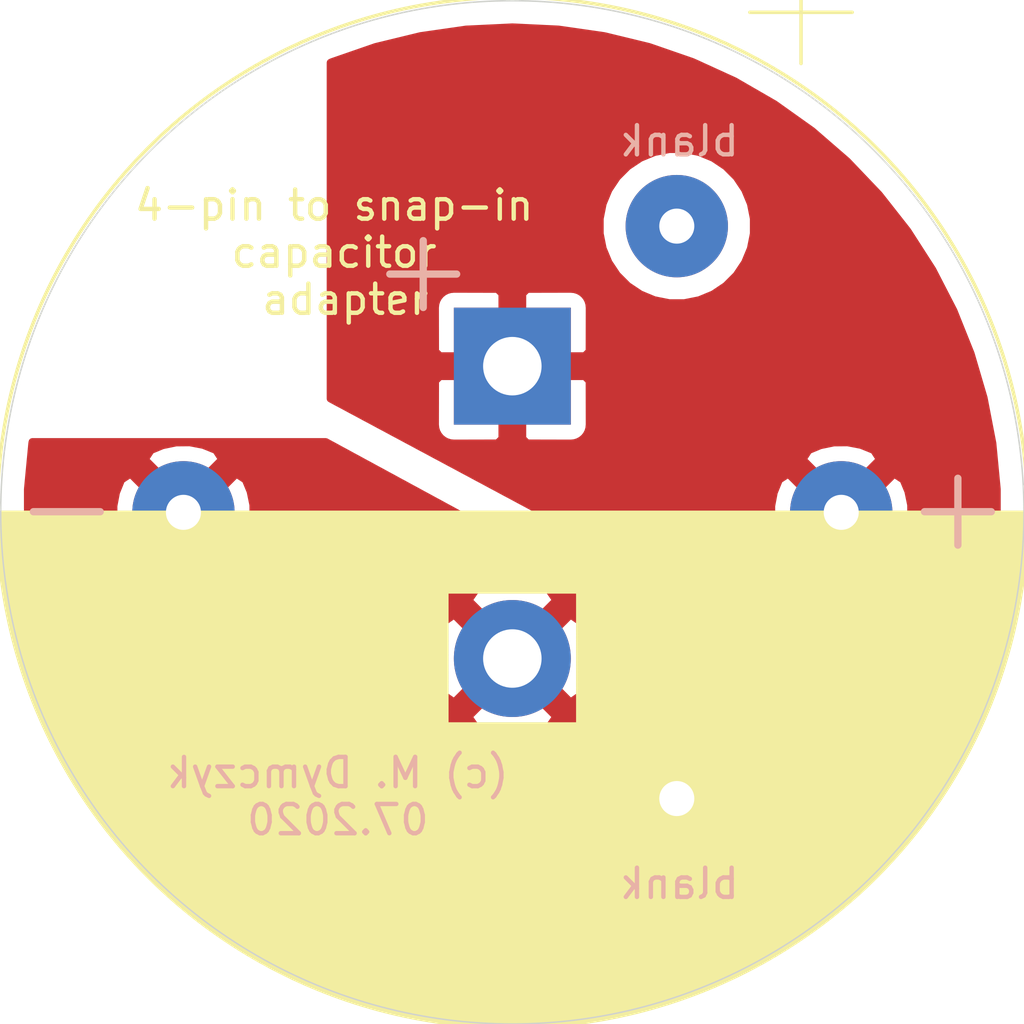
<source format=kicad_pcb>
(kicad_pcb (version 20171130) (host pcbnew 5.1.6-c6e7f7d~86~ubuntu18.04.1)

  (general
    (thickness 1.6)
    (drawings 8)
    (tracks 0)
    (zones 0)
    (modules 5)
    (nets 3)
  )

  (page A4)
  (layers
    (0 F.Cu signal hide)
    (31 B.Cu signal)
    (32 B.Adhes user)
    (33 F.Adhes user)
    (34 B.Paste user)
    (35 F.Paste user)
    (36 B.SilkS user)
    (37 F.SilkS user hide)
    (38 B.Mask user)
    (39 F.Mask user)
    (40 Dwgs.User user)
    (41 Cmts.User user)
    (42 Eco1.User user)
    (43 Eco2.User user)
    (44 Edge.Cuts user)
    (45 Margin user)
    (46 B.CrtYd user)
    (47 F.CrtYd user)
    (48 B.Fab user)
    (49 F.Fab user)
  )

  (setup
    (last_trace_width 0.25)
    (trace_clearance 0.2)
    (zone_clearance 0.75)
    (zone_45_only no)
    (trace_min 0.2)
    (via_size 0.8)
    (via_drill 0.4)
    (via_min_size 0.4)
    (via_min_drill 0.3)
    (uvia_size 0.3)
    (uvia_drill 0.1)
    (uvias_allowed no)
    (uvia_min_size 0.2)
    (uvia_min_drill 0.1)
    (edge_width 0.05)
    (segment_width 0.2)
    (pcb_text_width 0.3)
    (pcb_text_size 1.5 1.5)
    (mod_edge_width 0.12)
    (mod_text_size 1 1)
    (mod_text_width 0.15)
    (pad_size 1.524 1.524)
    (pad_drill 0.762)
    (pad_to_mask_clearance 0.051)
    (solder_mask_min_width 0.25)
    (aux_axis_origin 0 0)
    (visible_elements FFFFFF7F)
    (pcbplotparams
      (layerselection 0x010f0_ffffffff)
      (usegerberextensions false)
      (usegerberattributes false)
      (usegerberadvancedattributes false)
      (creategerberjobfile false)
      (excludeedgelayer true)
      (linewidth 0.100000)
      (plotframeref false)
      (viasonmask false)
      (mode 1)
      (useauxorigin false)
      (hpglpennumber 1)
      (hpglpenspeed 20)
      (hpglpendiameter 15.000000)
      (psnegative false)
      (psa4output false)
      (plotreference true)
      (plotvalue true)
      (plotinvisibletext false)
      (padsonsilk false)
      (subtractmaskfromsilk false)
      (outputformat 1)
      (mirror false)
      (drillshape 0)
      (scaleselection 1)
      (outputdirectory "tek4pin_gerber/"))
  )

  (net 0 "")
  (net 1 "Net-(C1-Pad1)")
  (net 2 "Net-(C1-Pad2)")

  (net_class Default "This is the default net class."
    (clearance 0.2)
    (trace_width 0.25)
    (via_dia 0.8)
    (via_drill 0.4)
    (uvia_dia 0.3)
    (uvia_drill 0.1)
    (add_net "Net-(C1-Pad1)")
    (add_net "Net-(C1-Pad2)")
  )

  (module Capacitor_THT:CP_Radial_D35.0mm_P10.00mm_SnapIn (layer F.Cu) (tedit 5AE50EF1) (tstamp 5EEF0CCF)
    (at 165.1 83.9 270)
    (descr "CP, Radial series, Radial, pin pitch=10.00mm, , diameter=35mm, Electrolytic Capacitor, , http://www.vishay.com/docs/28342/058059pll-si.pdf")
    (tags "CP Radial series Radial pin pitch 10.00mm  diameter 35mm Electrolytic Capacitor")
    (path /5EEEBA10)
    (fp_text reference C1 (at 3.73 0 180) (layer F.Fab)
      (effects (font (size 1.5 1.5) (thickness 0.25)))
    )
    (fp_text value CP_Small (at 5 18.75 90) (layer F.Fab)
      (effects (font (size 1 1) (thickness 0.15)))
    )
    (fp_line (start -12.104002 -11.625) (end -12.104002 -8.125) (layer F.SilkS) (width 0.12))
    (fp_line (start -13.854002 -9.875) (end -10.354002 -9.875) (layer F.SilkS) (width 0.12))
    (fp_line (start 22.6 -0.8) (end 22.6 0.8) (layer F.SilkS) (width 0.12))
    (fp_line (start 22.56 -1.413) (end 22.56 1.413) (layer F.SilkS) (width 0.12))
    (fp_line (start 22.52 -1.835) (end 22.52 1.835) (layer F.SilkS) (width 0.12))
    (fp_line (start 22.48 -2.177) (end 22.48 2.177) (layer F.SilkS) (width 0.12))
    (fp_line (start 22.44 -2.473) (end 22.44 2.473) (layer F.SilkS) (width 0.12))
    (fp_line (start 22.4 -2.736) (end 22.4 2.736) (layer F.SilkS) (width 0.12))
    (fp_line (start 22.36 -2.976) (end 22.36 2.976) (layer F.SilkS) (width 0.12))
    (fp_line (start 22.32 -3.198) (end 22.32 3.198) (layer F.SilkS) (width 0.12))
    (fp_line (start 22.28 -3.405) (end 22.28 3.405) (layer F.SilkS) (width 0.12))
    (fp_line (start 22.24 -3.6) (end 22.24 3.6) (layer F.SilkS) (width 0.12))
    (fp_line (start 22.2 -3.785) (end 22.2 3.785) (layer F.SilkS) (width 0.12))
    (fp_line (start 22.16 -3.96) (end 22.16 3.96) (layer F.SilkS) (width 0.12))
    (fp_line (start 22.12 -4.128) (end 22.12 4.128) (layer F.SilkS) (width 0.12))
    (fp_line (start 22.08 -4.289) (end 22.08 4.289) (layer F.SilkS) (width 0.12))
    (fp_line (start 22.04 -4.444) (end 22.04 4.444) (layer F.SilkS) (width 0.12))
    (fp_line (start 22 -4.593) (end 22 4.593) (layer F.SilkS) (width 0.12))
    (fp_line (start 21.96 -4.738) (end 21.96 4.738) (layer F.SilkS) (width 0.12))
    (fp_line (start 21.92 -4.878) (end 21.92 4.878) (layer F.SilkS) (width 0.12))
    (fp_line (start 21.88 -5.013) (end 21.88 5.013) (layer F.SilkS) (width 0.12))
    (fp_line (start 21.84 -5.145) (end 21.84 5.145) (layer F.SilkS) (width 0.12))
    (fp_line (start 21.8 -5.273) (end 21.8 5.273) (layer F.SilkS) (width 0.12))
    (fp_line (start 21.76 -5.398) (end 21.76 5.398) (layer F.SilkS) (width 0.12))
    (fp_line (start 21.72 -5.52) (end 21.72 5.52) (layer F.SilkS) (width 0.12))
    (fp_line (start 21.68 -5.639) (end 21.68 5.639) (layer F.SilkS) (width 0.12))
    (fp_line (start 21.64 -5.755) (end 21.64 5.755) (layer F.SilkS) (width 0.12))
    (fp_line (start 21.6 -5.868) (end 21.6 5.868) (layer F.SilkS) (width 0.12))
    (fp_line (start 21.56 -5.98) (end 21.56 5.98) (layer F.SilkS) (width 0.12))
    (fp_line (start 21.52 -6.089) (end 21.52 6.089) (layer F.SilkS) (width 0.12))
    (fp_line (start 21.48 -6.195) (end 21.48 6.195) (layer F.SilkS) (width 0.12))
    (fp_line (start 21.44 -6.3) (end 21.44 6.3) (layer F.SilkS) (width 0.12))
    (fp_line (start 21.4 -6.403) (end 21.4 6.403) (layer F.SilkS) (width 0.12))
    (fp_line (start 21.36 -6.504) (end 21.36 6.504) (layer F.SilkS) (width 0.12))
    (fp_line (start 21.32 -6.603) (end 21.32 6.603) (layer F.SilkS) (width 0.12))
    (fp_line (start 21.28 -6.7) (end 21.28 6.7) (layer F.SilkS) (width 0.12))
    (fp_line (start 21.24 -6.796) (end 21.24 6.796) (layer F.SilkS) (width 0.12))
    (fp_line (start 21.2 -6.89) (end 21.2 6.89) (layer F.SilkS) (width 0.12))
    (fp_line (start 21.16 -6.983) (end 21.16 6.983) (layer F.SilkS) (width 0.12))
    (fp_line (start 21.12 -7.075) (end 21.12 7.075) (layer F.SilkS) (width 0.12))
    (fp_line (start 21.08 -7.165) (end 21.08 7.165) (layer F.SilkS) (width 0.12))
    (fp_line (start 21.04 -7.253) (end 21.04 7.253) (layer F.SilkS) (width 0.12))
    (fp_line (start 21 -7.341) (end 21 7.341) (layer F.SilkS) (width 0.12))
    (fp_line (start 20.96 -7.427) (end 20.96 7.427) (layer F.SilkS) (width 0.12))
    (fp_line (start 20.92 -7.512) (end 20.92 7.512) (layer F.SilkS) (width 0.12))
    (fp_line (start 20.88 -7.595) (end 20.88 7.595) (layer F.SilkS) (width 0.12))
    (fp_line (start 20.84 -7.678) (end 20.84 7.678) (layer F.SilkS) (width 0.12))
    (fp_line (start 20.8 -7.759) (end 20.8 7.759) (layer F.SilkS) (width 0.12))
    (fp_line (start 20.76 -7.84) (end 20.76 7.84) (layer F.SilkS) (width 0.12))
    (fp_line (start 20.72 -7.92) (end 20.72 7.92) (layer F.SilkS) (width 0.12))
    (fp_line (start 20.68 -7.998) (end 20.68 7.998) (layer F.SilkS) (width 0.12))
    (fp_line (start 20.64 -8.076) (end 20.64 8.076) (layer F.SilkS) (width 0.12))
    (fp_line (start 20.6 -8.152) (end 20.6 8.152) (layer F.SilkS) (width 0.12))
    (fp_line (start 20.56 -8.228) (end 20.56 8.228) (layer F.SilkS) (width 0.12))
    (fp_line (start 20.52 -8.303) (end 20.52 8.303) (layer F.SilkS) (width 0.12))
    (fp_line (start 20.48 -8.377) (end 20.48 8.377) (layer F.SilkS) (width 0.12))
    (fp_line (start 20.44 -8.45) (end 20.44 8.45) (layer F.SilkS) (width 0.12))
    (fp_line (start 20.4 -8.522) (end 20.4 8.522) (layer F.SilkS) (width 0.12))
    (fp_line (start 20.36 -8.594) (end 20.36 8.594) (layer F.SilkS) (width 0.12))
    (fp_line (start 20.32 -8.665) (end 20.32 8.665) (layer F.SilkS) (width 0.12))
    (fp_line (start 20.28 -8.735) (end 20.28 8.735) (layer F.SilkS) (width 0.12))
    (fp_line (start 20.24 -8.804) (end 20.24 8.804) (layer F.SilkS) (width 0.12))
    (fp_line (start 20.2 -8.873) (end 20.2 8.873) (layer F.SilkS) (width 0.12))
    (fp_line (start 20.16 -8.94) (end 20.16 8.94) (layer F.SilkS) (width 0.12))
    (fp_line (start 20.12 -9.008) (end 20.12 9.008) (layer F.SilkS) (width 0.12))
    (fp_line (start 20.08 -9.074) (end 20.08 9.074) (layer F.SilkS) (width 0.12))
    (fp_line (start 20.04 -9.14) (end 20.04 9.14) (layer F.SilkS) (width 0.12))
    (fp_line (start 20 -9.205) (end 20 9.205) (layer F.SilkS) (width 0.12))
    (fp_line (start 19.96 -9.27) (end 19.96 9.27) (layer F.SilkS) (width 0.12))
    (fp_line (start 19.92 -9.334) (end 19.92 9.334) (layer F.SilkS) (width 0.12))
    (fp_line (start 19.88 -9.397) (end 19.88 9.397) (layer F.SilkS) (width 0.12))
    (fp_line (start 19.84 -9.46) (end 19.84 9.46) (layer F.SilkS) (width 0.12))
    (fp_line (start 19.8 -9.522) (end 19.8 9.522) (layer F.SilkS) (width 0.12))
    (fp_line (start 19.76 -9.584) (end 19.76 9.584) (layer F.SilkS) (width 0.12))
    (fp_line (start 19.72 -9.645) (end 19.72 9.645) (layer F.SilkS) (width 0.12))
    (fp_line (start 19.68 -9.705) (end 19.68 9.705) (layer F.SilkS) (width 0.12))
    (fp_line (start 19.64 -9.765) (end 19.64 9.765) (layer F.SilkS) (width 0.12))
    (fp_line (start 19.6 -9.825) (end 19.6 9.825) (layer F.SilkS) (width 0.12))
    (fp_line (start 19.56 -9.884) (end 19.56 9.884) (layer F.SilkS) (width 0.12))
    (fp_line (start 19.52 -9.942) (end 19.52 9.942) (layer F.SilkS) (width 0.12))
    (fp_line (start 19.48 -10) (end 19.48 10) (layer F.SilkS) (width 0.12))
    (fp_line (start 19.44 -10.058) (end 19.44 10.058) (layer F.SilkS) (width 0.12))
    (fp_line (start 19.4 -10.115) (end 19.4 10.115) (layer F.SilkS) (width 0.12))
    (fp_line (start 19.36 -10.171) (end 19.36 10.171) (layer F.SilkS) (width 0.12))
    (fp_line (start 19.32 -10.227) (end 19.32 10.227) (layer F.SilkS) (width 0.12))
    (fp_line (start 19.28 -10.283) (end 19.28 10.283) (layer F.SilkS) (width 0.12))
    (fp_line (start 19.24 -10.338) (end 19.24 10.338) (layer F.SilkS) (width 0.12))
    (fp_line (start 19.2 -10.392) (end 19.2 10.392) (layer F.SilkS) (width 0.12))
    (fp_line (start 19.16 -10.447) (end 19.16 10.447) (layer F.SilkS) (width 0.12))
    (fp_line (start 19.12 -10.5) (end 19.12 10.5) (layer F.SilkS) (width 0.12))
    (fp_line (start 19.08 -10.554) (end 19.08 10.554) (layer F.SilkS) (width 0.12))
    (fp_line (start 19.04 -10.607) (end 19.04 10.607) (layer F.SilkS) (width 0.12))
    (fp_line (start 19 -10.659) (end 19 10.659) (layer F.SilkS) (width 0.12))
    (fp_line (start 18.96 -10.711) (end 18.96 10.711) (layer F.SilkS) (width 0.12))
    (fp_line (start 18.92 -10.763) (end 18.92 10.763) (layer F.SilkS) (width 0.12))
    (fp_line (start 18.88 -10.815) (end 18.88 10.815) (layer F.SilkS) (width 0.12))
    (fp_line (start 18.84 -10.865) (end 18.84 10.865) (layer F.SilkS) (width 0.12))
    (fp_line (start 18.8 -10.916) (end 18.8 10.916) (layer F.SilkS) (width 0.12))
    (fp_line (start 18.76 -10.966) (end 18.76 10.966) (layer F.SilkS) (width 0.12))
    (fp_line (start 18.72 -11.016) (end 18.72 11.016) (layer F.SilkS) (width 0.12))
    (fp_line (start 18.68 -11.066) (end 18.68 11.066) (layer F.SilkS) (width 0.12))
    (fp_line (start 18.64 -11.115) (end 18.64 11.115) (layer F.SilkS) (width 0.12))
    (fp_line (start 18.6 -11.163) (end 18.6 11.163) (layer F.SilkS) (width 0.12))
    (fp_line (start 18.56 -11.212) (end 18.56 11.212) (layer F.SilkS) (width 0.12))
    (fp_line (start 18.52 -11.26) (end 18.52 11.26) (layer F.SilkS) (width 0.12))
    (fp_line (start 18.48 -11.307) (end 18.48 11.307) (layer F.SilkS) (width 0.12))
    (fp_line (start 18.44 -11.355) (end 18.44 11.355) (layer F.SilkS) (width 0.12))
    (fp_line (start 18.4 -11.402) (end 18.4 11.402) (layer F.SilkS) (width 0.12))
    (fp_line (start 18.36 -11.449) (end 18.36 11.449) (layer F.SilkS) (width 0.12))
    (fp_line (start 18.32 -11.495) (end 18.32 11.495) (layer F.SilkS) (width 0.12))
    (fp_line (start 18.28 -11.541) (end 18.28 11.541) (layer F.SilkS) (width 0.12))
    (fp_line (start 18.24 -11.587) (end 18.24 11.587) (layer F.SilkS) (width 0.12))
    (fp_line (start 18.2 -11.632) (end 18.2 11.632) (layer F.SilkS) (width 0.12))
    (fp_line (start 18.16 -11.677) (end 18.16 11.677) (layer F.SilkS) (width 0.12))
    (fp_line (start 18.12 -11.722) (end 18.12 11.722) (layer F.SilkS) (width 0.12))
    (fp_line (start 18.08 -11.766) (end 18.08 11.766) (layer F.SilkS) (width 0.12))
    (fp_line (start 18.04 -11.811) (end 18.04 11.811) (layer F.SilkS) (width 0.12))
    (fp_line (start 18 -11.854) (end 18 11.854) (layer F.SilkS) (width 0.12))
    (fp_line (start 17.96 -11.898) (end 17.96 11.898) (layer F.SilkS) (width 0.12))
    (fp_line (start 17.92 -11.941) (end 17.92 11.941) (layer F.SilkS) (width 0.12))
    (fp_line (start 17.88 -11.984) (end 17.88 11.984) (layer F.SilkS) (width 0.12))
    (fp_line (start 17.84 -12.027) (end 17.84 12.027) (layer F.SilkS) (width 0.12))
    (fp_line (start 17.8 -12.069) (end 17.8 12.069) (layer F.SilkS) (width 0.12))
    (fp_line (start 17.76 -12.111) (end 17.76 12.111) (layer F.SilkS) (width 0.12))
    (fp_line (start 17.72 -12.153) (end 17.72 12.153) (layer F.SilkS) (width 0.12))
    (fp_line (start 17.68 -12.195) (end 17.68 12.195) (layer F.SilkS) (width 0.12))
    (fp_line (start 17.64 -12.236) (end 17.64 12.236) (layer F.SilkS) (width 0.12))
    (fp_line (start 17.6 -12.277) (end 17.6 12.277) (layer F.SilkS) (width 0.12))
    (fp_line (start 17.56 -12.318) (end 17.56 12.318) (layer F.SilkS) (width 0.12))
    (fp_line (start 17.52 -12.359) (end 17.52 12.359) (layer F.SilkS) (width 0.12))
    (fp_line (start 17.48 -12.399) (end 17.48 12.399) (layer F.SilkS) (width 0.12))
    (fp_line (start 17.44 -12.439) (end 17.44 12.439) (layer F.SilkS) (width 0.12))
    (fp_line (start 17.4 -12.479) (end 17.4 12.479) (layer F.SilkS) (width 0.12))
    (fp_line (start 17.36 -12.518) (end 17.36 12.518) (layer F.SilkS) (width 0.12))
    (fp_line (start 17.32 -12.557) (end 17.32 12.557) (layer F.SilkS) (width 0.12))
    (fp_line (start 17.28 -12.596) (end 17.28 12.596) (layer F.SilkS) (width 0.12))
    (fp_line (start 17.24 -12.635) (end 17.24 12.635) (layer F.SilkS) (width 0.12))
    (fp_line (start 17.2 -12.674) (end 17.2 12.674) (layer F.SilkS) (width 0.12))
    (fp_line (start 17.16 -12.712) (end 17.16 12.712) (layer F.SilkS) (width 0.12))
    (fp_line (start 17.12 -12.75) (end 17.12 12.75) (layer F.SilkS) (width 0.12))
    (fp_line (start 17.08 -12.788) (end 17.08 12.788) (layer F.SilkS) (width 0.12))
    (fp_line (start 17.04 -12.825) (end 17.04 12.825) (layer F.SilkS) (width 0.12))
    (fp_line (start 17 -12.863) (end 17 12.863) (layer F.SilkS) (width 0.12))
    (fp_line (start 16.96 -12.9) (end 16.96 12.9) (layer F.SilkS) (width 0.12))
    (fp_line (start 16.92 -12.937) (end 16.92 12.937) (layer F.SilkS) (width 0.12))
    (fp_line (start 16.88 -12.973) (end 16.88 12.973) (layer F.SilkS) (width 0.12))
    (fp_line (start 16.84 -13.01) (end 16.84 13.01) (layer F.SilkS) (width 0.12))
    (fp_line (start 16.8 -13.046) (end 16.8 13.046) (layer F.SilkS) (width 0.12))
    (fp_line (start 16.76 -13.082) (end 16.76 13.082) (layer F.SilkS) (width 0.12))
    (fp_line (start 16.72 -13.117) (end 16.72 13.117) (layer F.SilkS) (width 0.12))
    (fp_line (start 16.68 -13.153) (end 16.68 13.153) (layer F.SilkS) (width 0.12))
    (fp_line (start 16.64 -13.188) (end 16.64 13.188) (layer F.SilkS) (width 0.12))
    (fp_line (start 16.6 -13.223) (end 16.6 13.223) (layer F.SilkS) (width 0.12))
    (fp_line (start 16.56 -13.258) (end 16.56 13.258) (layer F.SilkS) (width 0.12))
    (fp_line (start 16.52 -13.293) (end 16.52 13.293) (layer F.SilkS) (width 0.12))
    (fp_line (start 16.48 -13.327) (end 16.48 13.327) (layer F.SilkS) (width 0.12))
    (fp_line (start 16.44 -13.362) (end 16.44 13.362) (layer F.SilkS) (width 0.12))
    (fp_line (start 16.4 -13.396) (end 16.4 13.396) (layer F.SilkS) (width 0.12))
    (fp_line (start 16.36 -13.43) (end 16.36 13.43) (layer F.SilkS) (width 0.12))
    (fp_line (start 16.32 -13.463) (end 16.32 13.463) (layer F.SilkS) (width 0.12))
    (fp_line (start 16.28 -13.497) (end 16.28 13.497) (layer F.SilkS) (width 0.12))
    (fp_line (start 16.24 -13.53) (end 16.24 13.53) (layer F.SilkS) (width 0.12))
    (fp_line (start 16.2 -13.563) (end 16.2 13.563) (layer F.SilkS) (width 0.12))
    (fp_line (start 16.16 -13.596) (end 16.16 13.596) (layer F.SilkS) (width 0.12))
    (fp_line (start 16.12 -13.628) (end 16.12 13.628) (layer F.SilkS) (width 0.12))
    (fp_line (start 16.08 -13.661) (end 16.08 13.661) (layer F.SilkS) (width 0.12))
    (fp_line (start 16.04 -13.693) (end 16.04 13.693) (layer F.SilkS) (width 0.12))
    (fp_line (start 16 -13.725) (end 16 13.725) (layer F.SilkS) (width 0.12))
    (fp_line (start 15.96 -13.757) (end 15.96 13.757) (layer F.SilkS) (width 0.12))
    (fp_line (start 15.92 -13.789) (end 15.92 13.789) (layer F.SilkS) (width 0.12))
    (fp_line (start 15.88 -13.82) (end 15.88 13.82) (layer F.SilkS) (width 0.12))
    (fp_line (start 15.84 -13.851) (end 15.84 13.851) (layer F.SilkS) (width 0.12))
    (fp_line (start 15.8 -13.883) (end 15.8 13.883) (layer F.SilkS) (width 0.12))
    (fp_line (start 15.76 -13.914) (end 15.76 13.914) (layer F.SilkS) (width 0.12))
    (fp_line (start 15.72 -13.944) (end 15.72 13.944) (layer F.SilkS) (width 0.12))
    (fp_line (start 15.68 -13.975) (end 15.68 13.975) (layer F.SilkS) (width 0.12))
    (fp_line (start 15.64 -14.005) (end 15.64 14.005) (layer F.SilkS) (width 0.12))
    (fp_line (start 15.6 -14.035) (end 15.6 14.035) (layer F.SilkS) (width 0.12))
    (fp_line (start 15.56 -14.065) (end 15.56 14.065) (layer F.SilkS) (width 0.12))
    (fp_line (start 15.52 -14.095) (end 15.52 14.095) (layer F.SilkS) (width 0.12))
    (fp_line (start 15.48 -14.125) (end 15.48 14.125) (layer F.SilkS) (width 0.12))
    (fp_line (start 15.44 -14.155) (end 15.44 14.155) (layer F.SilkS) (width 0.12))
    (fp_line (start 15.4 -14.184) (end 15.4 14.184) (layer F.SilkS) (width 0.12))
    (fp_line (start 15.36 -14.213) (end 15.36 14.213) (layer F.SilkS) (width 0.12))
    (fp_line (start 15.32 -14.242) (end 15.32 14.242) (layer F.SilkS) (width 0.12))
    (fp_line (start 15.28 -14.271) (end 15.28 14.271) (layer F.SilkS) (width 0.12))
    (fp_line (start 15.24 -14.299) (end 15.24 14.299) (layer F.SilkS) (width 0.12))
    (fp_line (start 15.2 -14.328) (end 15.2 14.328) (layer F.SilkS) (width 0.12))
    (fp_line (start 15.16 -14.356) (end 15.16 14.356) (layer F.SilkS) (width 0.12))
    (fp_line (start 15.12 -14.384) (end 15.12 14.384) (layer F.SilkS) (width 0.12))
    (fp_line (start 15.08 -14.412) (end 15.08 14.412) (layer F.SilkS) (width 0.12))
    (fp_line (start 15.04 -14.44) (end 15.04 14.44) (layer F.SilkS) (width 0.12))
    (fp_line (start 15 -14.468) (end 15 14.468) (layer F.SilkS) (width 0.12))
    (fp_line (start 14.96 -14.495) (end 14.96 14.495) (layer F.SilkS) (width 0.12))
    (fp_line (start 14.92 -14.523) (end 14.92 14.523) (layer F.SilkS) (width 0.12))
    (fp_line (start 14.88 -14.55) (end 14.88 14.55) (layer F.SilkS) (width 0.12))
    (fp_line (start 14.84 -14.577) (end 14.84 14.577) (layer F.SilkS) (width 0.12))
    (fp_line (start 14.8 -14.604) (end 14.8 14.604) (layer F.SilkS) (width 0.12))
    (fp_line (start 14.76 -14.63) (end 14.76 14.63) (layer F.SilkS) (width 0.12))
    (fp_line (start 14.72 -14.657) (end 14.72 14.657) (layer F.SilkS) (width 0.12))
    (fp_line (start 14.68 -14.683) (end 14.68 14.683) (layer F.SilkS) (width 0.12))
    (fp_line (start 14.64 -14.71) (end 14.64 14.71) (layer F.SilkS) (width 0.12))
    (fp_line (start 14.6 -14.736) (end 14.6 14.736) (layer F.SilkS) (width 0.12))
    (fp_line (start 14.56 -14.762) (end 14.56 14.762) (layer F.SilkS) (width 0.12))
    (fp_line (start 14.52 -14.787) (end 14.52 14.787) (layer F.SilkS) (width 0.12))
    (fp_line (start 14.48 -14.813) (end 14.48 14.813) (layer F.SilkS) (width 0.12))
    (fp_line (start 14.44 -14.838) (end 14.44 14.838) (layer F.SilkS) (width 0.12))
    (fp_line (start 14.4 -14.864) (end 14.4 14.864) (layer F.SilkS) (width 0.12))
    (fp_line (start 14.36 -14.889) (end 14.36 14.889) (layer F.SilkS) (width 0.12))
    (fp_line (start 14.32 -14.914) (end 14.32 14.914) (layer F.SilkS) (width 0.12))
    (fp_line (start 14.28 -14.939) (end 14.28 14.939) (layer F.SilkS) (width 0.12))
    (fp_line (start 14.24 -14.963) (end 14.24 14.963) (layer F.SilkS) (width 0.12))
    (fp_line (start 14.2 -14.988) (end 14.2 14.988) (layer F.SilkS) (width 0.12))
    (fp_line (start 14.16 -15.012) (end 14.16 15.012) (layer F.SilkS) (width 0.12))
    (fp_line (start 14.12 -15.037) (end 14.12 15.037) (layer F.SilkS) (width 0.12))
    (fp_line (start 14.08 -15.061) (end 14.08 15.061) (layer F.SilkS) (width 0.12))
    (fp_line (start 14.04 -15.085) (end 14.04 15.085) (layer F.SilkS) (width 0.12))
    (fp_line (start 14 -15.109) (end 14 15.109) (layer F.SilkS) (width 0.12))
    (fp_line (start 13.96 -15.132) (end 13.96 15.132) (layer F.SilkS) (width 0.12))
    (fp_line (start 13.92 -15.156) (end 13.92 15.156) (layer F.SilkS) (width 0.12))
    (fp_line (start 13.88 -15.179) (end 13.88 15.179) (layer F.SilkS) (width 0.12))
    (fp_line (start 13.84 -15.203) (end 13.84 15.203) (layer F.SilkS) (width 0.12))
    (fp_line (start 13.8 -15.226) (end 13.8 15.226) (layer F.SilkS) (width 0.12))
    (fp_line (start 13.76 -15.249) (end 13.76 15.249) (layer F.SilkS) (width 0.12))
    (fp_line (start 13.72 -15.271) (end 13.72 15.271) (layer F.SilkS) (width 0.12))
    (fp_line (start 13.68 -15.294) (end 13.68 15.294) (layer F.SilkS) (width 0.12))
    (fp_line (start 13.64 -15.317) (end 13.64 15.317) (layer F.SilkS) (width 0.12))
    (fp_line (start 13.6 -15.339) (end 13.6 15.339) (layer F.SilkS) (width 0.12))
    (fp_line (start 13.56 -15.361) (end 13.56 15.361) (layer F.SilkS) (width 0.12))
    (fp_line (start 13.52 -15.384) (end 13.52 15.384) (layer F.SilkS) (width 0.12))
    (fp_line (start 13.48 -15.406) (end 13.48 15.406) (layer F.SilkS) (width 0.12))
    (fp_line (start 13.44 -15.428) (end 13.44 15.428) (layer F.SilkS) (width 0.12))
    (fp_line (start 13.4 -15.449) (end 13.4 15.449) (layer F.SilkS) (width 0.12))
    (fp_line (start 13.36 -15.471) (end 13.36 15.471) (layer F.SilkS) (width 0.12))
    (fp_line (start 13.32 -15.492) (end 13.32 15.492) (layer F.SilkS) (width 0.12))
    (fp_line (start 13.28 -15.514) (end 13.28 15.514) (layer F.SilkS) (width 0.12))
    (fp_line (start 13.24 -15.535) (end 13.24 15.535) (layer F.SilkS) (width 0.12))
    (fp_line (start 13.2 -15.556) (end 13.2 15.556) (layer F.SilkS) (width 0.12))
    (fp_line (start 13.161 -15.577) (end 13.161 15.577) (layer F.SilkS) (width 0.12))
    (fp_line (start 13.121 -15.598) (end 13.121 15.598) (layer F.SilkS) (width 0.12))
    (fp_line (start 13.081 -15.619) (end 13.081 15.619) (layer F.SilkS) (width 0.12))
    (fp_line (start 13.041 -15.639) (end 13.041 15.639) (layer F.SilkS) (width 0.12))
    (fp_line (start 13.001 -15.66) (end 13.001 15.66) (layer F.SilkS) (width 0.12))
    (fp_line (start 12.961 -15.68) (end 12.961 15.68) (layer F.SilkS) (width 0.12))
    (fp_line (start 12.921 -15.7) (end 12.921 15.7) (layer F.SilkS) (width 0.12))
    (fp_line (start 12.881 -15.72) (end 12.881 15.72) (layer F.SilkS) (width 0.12))
    (fp_line (start 12.841 -15.74) (end 12.841 15.74) (layer F.SilkS) (width 0.12))
    (fp_line (start 12.801 -15.76) (end 12.801 15.76) (layer F.SilkS) (width 0.12))
    (fp_line (start 12.761 -15.78) (end 12.761 15.78) (layer F.SilkS) (width 0.12))
    (fp_line (start 12.721 -15.799) (end 12.721 15.799) (layer F.SilkS) (width 0.12))
    (fp_line (start 12.681 -15.819) (end 12.681 15.819) (layer F.SilkS) (width 0.12))
    (fp_line (start 12.641 -15.838) (end 12.641 15.838) (layer F.SilkS) (width 0.12))
    (fp_line (start 12.601 -15.857) (end 12.601 15.857) (layer F.SilkS) (width 0.12))
    (fp_line (start 12.561 -15.876) (end 12.561 15.876) (layer F.SilkS) (width 0.12))
    (fp_line (start 12.521 -15.895) (end 12.521 15.895) (layer F.SilkS) (width 0.12))
    (fp_line (start 12.481 -15.914) (end 12.481 15.914) (layer F.SilkS) (width 0.12))
    (fp_line (start 12.441 -15.933) (end 12.441 15.933) (layer F.SilkS) (width 0.12))
    (fp_line (start 12.401 -15.951) (end 12.401 15.951) (layer F.SilkS) (width 0.12))
    (fp_line (start 12.361 -15.97) (end 12.361 15.97) (layer F.SilkS) (width 0.12))
    (fp_line (start 12.321 -15.988) (end 12.321 15.988) (layer F.SilkS) (width 0.12))
    (fp_line (start 12.281 -16.006) (end 12.281 16.006) (layer F.SilkS) (width 0.12))
    (fp_line (start 12.241 -16.024) (end 12.241 16.024) (layer F.SilkS) (width 0.12))
    (fp_line (start 12.201 2.24) (end 12.201 16.042) (layer F.SilkS) (width 0.12))
    (fp_line (start 12.201 -16.042) (end 12.201 -2.24) (layer F.SilkS) (width 0.12))
    (fp_line (start 12.161 2.24) (end 12.161 16.06) (layer F.SilkS) (width 0.12))
    (fp_line (start 12.161 -16.06) (end 12.161 -2.24) (layer F.SilkS) (width 0.12))
    (fp_line (start 12.121 2.24) (end 12.121 16.078) (layer F.SilkS) (width 0.12))
    (fp_line (start 12.121 -16.078) (end 12.121 -2.24) (layer F.SilkS) (width 0.12))
    (fp_line (start 12.081 2.24) (end 12.081 16.095) (layer F.SilkS) (width 0.12))
    (fp_line (start 12.081 -16.095) (end 12.081 -2.24) (layer F.SilkS) (width 0.12))
    (fp_line (start 12.041 2.24) (end 12.041 16.113) (layer F.SilkS) (width 0.12))
    (fp_line (start 12.041 -16.113) (end 12.041 -2.24) (layer F.SilkS) (width 0.12))
    (fp_line (start 12.001 2.24) (end 12.001 16.13) (layer F.SilkS) (width 0.12))
    (fp_line (start 12.001 -16.13) (end 12.001 -2.24) (layer F.SilkS) (width 0.12))
    (fp_line (start 11.961 2.24) (end 11.961 16.148) (layer F.SilkS) (width 0.12))
    (fp_line (start 11.961 -16.148) (end 11.961 -2.24) (layer F.SilkS) (width 0.12))
    (fp_line (start 11.921 2.24) (end 11.921 16.165) (layer F.SilkS) (width 0.12))
    (fp_line (start 11.921 -16.165) (end 11.921 -2.24) (layer F.SilkS) (width 0.12))
    (fp_line (start 11.881 2.24) (end 11.881 16.182) (layer F.SilkS) (width 0.12))
    (fp_line (start 11.881 -16.182) (end 11.881 -2.24) (layer F.SilkS) (width 0.12))
    (fp_line (start 11.841 2.24) (end 11.841 16.199) (layer F.SilkS) (width 0.12))
    (fp_line (start 11.841 -16.199) (end 11.841 -2.24) (layer F.SilkS) (width 0.12))
    (fp_line (start 11.801 2.24) (end 11.801 16.215) (layer F.SilkS) (width 0.12))
    (fp_line (start 11.801 -16.215) (end 11.801 -2.24) (layer F.SilkS) (width 0.12))
    (fp_line (start 11.761 2.24) (end 11.761 16.232) (layer F.SilkS) (width 0.12))
    (fp_line (start 11.761 -16.232) (end 11.761 -2.24) (layer F.SilkS) (width 0.12))
    (fp_line (start 11.721 2.24) (end 11.721 16.249) (layer F.SilkS) (width 0.12))
    (fp_line (start 11.721 -16.249) (end 11.721 -2.24) (layer F.SilkS) (width 0.12))
    (fp_line (start 11.681 2.24) (end 11.681 16.265) (layer F.SilkS) (width 0.12))
    (fp_line (start 11.681 -16.265) (end 11.681 -2.24) (layer F.SilkS) (width 0.12))
    (fp_line (start 11.641 2.24) (end 11.641 16.281) (layer F.SilkS) (width 0.12))
    (fp_line (start 11.641 -16.281) (end 11.641 -2.24) (layer F.SilkS) (width 0.12))
    (fp_line (start 11.601 2.24) (end 11.601 16.298) (layer F.SilkS) (width 0.12))
    (fp_line (start 11.601 -16.298) (end 11.601 -2.24) (layer F.SilkS) (width 0.12))
    (fp_line (start 11.561 2.24) (end 11.561 16.314) (layer F.SilkS) (width 0.12))
    (fp_line (start 11.561 -16.314) (end 11.561 -2.24) (layer F.SilkS) (width 0.12))
    (fp_line (start 11.521 2.24) (end 11.521 16.33) (layer F.SilkS) (width 0.12))
    (fp_line (start 11.521 -16.33) (end 11.521 -2.24) (layer F.SilkS) (width 0.12))
    (fp_line (start 11.481 2.24) (end 11.481 16.346) (layer F.SilkS) (width 0.12))
    (fp_line (start 11.481 -16.346) (end 11.481 -2.24) (layer F.SilkS) (width 0.12))
    (fp_line (start 11.441 2.24) (end 11.441 16.361) (layer F.SilkS) (width 0.12))
    (fp_line (start 11.441 -16.361) (end 11.441 -2.24) (layer F.SilkS) (width 0.12))
    (fp_line (start 11.401 2.24) (end 11.401 16.377) (layer F.SilkS) (width 0.12))
    (fp_line (start 11.401 -16.377) (end 11.401 -2.24) (layer F.SilkS) (width 0.12))
    (fp_line (start 11.361 2.24) (end 11.361 16.393) (layer F.SilkS) (width 0.12))
    (fp_line (start 11.361 -16.393) (end 11.361 -2.24) (layer F.SilkS) (width 0.12))
    (fp_line (start 11.321 2.24) (end 11.321 16.408) (layer F.SilkS) (width 0.12))
    (fp_line (start 11.321 -16.408) (end 11.321 -2.24) (layer F.SilkS) (width 0.12))
    (fp_line (start 11.281 2.24) (end 11.281 16.423) (layer F.SilkS) (width 0.12))
    (fp_line (start 11.281 -16.423) (end 11.281 -2.24) (layer F.SilkS) (width 0.12))
    (fp_line (start 11.241 2.24) (end 11.241 16.439) (layer F.SilkS) (width 0.12))
    (fp_line (start 11.241 -16.439) (end 11.241 -2.24) (layer F.SilkS) (width 0.12))
    (fp_line (start 11.201 2.24) (end 11.201 16.454) (layer F.SilkS) (width 0.12))
    (fp_line (start 11.201 -16.454) (end 11.201 -2.24) (layer F.SilkS) (width 0.12))
    (fp_line (start 11.161 2.24) (end 11.161 16.469) (layer F.SilkS) (width 0.12))
    (fp_line (start 11.161 -16.469) (end 11.161 -2.24) (layer F.SilkS) (width 0.12))
    (fp_line (start 11.121 2.24) (end 11.121 16.484) (layer F.SilkS) (width 0.12))
    (fp_line (start 11.121 -16.484) (end 11.121 -2.24) (layer F.SilkS) (width 0.12))
    (fp_line (start 11.081 2.24) (end 11.081 16.498) (layer F.SilkS) (width 0.12))
    (fp_line (start 11.081 -16.498) (end 11.081 -2.24) (layer F.SilkS) (width 0.12))
    (fp_line (start 11.041 2.24) (end 11.041 16.513) (layer F.SilkS) (width 0.12))
    (fp_line (start 11.041 -16.513) (end 11.041 -2.24) (layer F.SilkS) (width 0.12))
    (fp_line (start 11.001 2.24) (end 11.001 16.527) (layer F.SilkS) (width 0.12))
    (fp_line (start 11.001 -16.527) (end 11.001 -2.24) (layer F.SilkS) (width 0.12))
    (fp_line (start 10.961 2.24) (end 10.961 16.542) (layer F.SilkS) (width 0.12))
    (fp_line (start 10.961 -16.542) (end 10.961 -2.24) (layer F.SilkS) (width 0.12))
    (fp_line (start 10.921 2.24) (end 10.921 16.556) (layer F.SilkS) (width 0.12))
    (fp_line (start 10.921 -16.556) (end 10.921 -2.24) (layer F.SilkS) (width 0.12))
    (fp_line (start 10.881 2.24) (end 10.881 16.57) (layer F.SilkS) (width 0.12))
    (fp_line (start 10.881 -16.57) (end 10.881 -2.24) (layer F.SilkS) (width 0.12))
    (fp_line (start 10.841 2.24) (end 10.841 16.585) (layer F.SilkS) (width 0.12))
    (fp_line (start 10.841 -16.585) (end 10.841 -2.24) (layer F.SilkS) (width 0.12))
    (fp_line (start 10.801 2.24) (end 10.801 16.599) (layer F.SilkS) (width 0.12))
    (fp_line (start 10.801 -16.599) (end 10.801 -2.24) (layer F.SilkS) (width 0.12))
    (fp_line (start 10.761 2.24) (end 10.761 16.612) (layer F.SilkS) (width 0.12))
    (fp_line (start 10.761 -16.612) (end 10.761 -2.24) (layer F.SilkS) (width 0.12))
    (fp_line (start 10.721 2.24) (end 10.721 16.626) (layer F.SilkS) (width 0.12))
    (fp_line (start 10.721 -16.626) (end 10.721 -2.24) (layer F.SilkS) (width 0.12))
    (fp_line (start 10.681 2.24) (end 10.681 16.64) (layer F.SilkS) (width 0.12))
    (fp_line (start 10.681 -16.64) (end 10.681 -2.24) (layer F.SilkS) (width 0.12))
    (fp_line (start 10.641 2.24) (end 10.641 16.653) (layer F.SilkS) (width 0.12))
    (fp_line (start 10.641 -16.653) (end 10.641 -2.24) (layer F.SilkS) (width 0.12))
    (fp_line (start 10.601 2.24) (end 10.601 16.667) (layer F.SilkS) (width 0.12))
    (fp_line (start 10.601 -16.667) (end 10.601 -2.24) (layer F.SilkS) (width 0.12))
    (fp_line (start 10.561 2.24) (end 10.561 16.68) (layer F.SilkS) (width 0.12))
    (fp_line (start 10.561 -16.68) (end 10.561 -2.24) (layer F.SilkS) (width 0.12))
    (fp_line (start 10.521 2.24) (end 10.521 16.694) (layer F.SilkS) (width 0.12))
    (fp_line (start 10.521 -16.694) (end 10.521 -2.24) (layer F.SilkS) (width 0.12))
    (fp_line (start 10.481 2.24) (end 10.481 16.707) (layer F.SilkS) (width 0.12))
    (fp_line (start 10.481 -16.707) (end 10.481 -2.24) (layer F.SilkS) (width 0.12))
    (fp_line (start 10.441 2.24) (end 10.441 16.72) (layer F.SilkS) (width 0.12))
    (fp_line (start 10.441 -16.72) (end 10.441 -2.24) (layer F.SilkS) (width 0.12))
    (fp_line (start 10.401 2.24) (end 10.401 16.733) (layer F.SilkS) (width 0.12))
    (fp_line (start 10.401 -16.733) (end 10.401 -2.24) (layer F.SilkS) (width 0.12))
    (fp_line (start 10.361 2.24) (end 10.361 16.745) (layer F.SilkS) (width 0.12))
    (fp_line (start 10.361 -16.745) (end 10.361 -2.24) (layer F.SilkS) (width 0.12))
    (fp_line (start 10.321 2.24) (end 10.321 16.758) (layer F.SilkS) (width 0.12))
    (fp_line (start 10.321 -16.758) (end 10.321 -2.24) (layer F.SilkS) (width 0.12))
    (fp_line (start 10.281 2.24) (end 10.281 16.771) (layer F.SilkS) (width 0.12))
    (fp_line (start 10.281 -16.771) (end 10.281 -2.24) (layer F.SilkS) (width 0.12))
    (fp_line (start 10.241 2.24) (end 10.241 16.783) (layer F.SilkS) (width 0.12))
    (fp_line (start 10.241 -16.783) (end 10.241 -2.24) (layer F.SilkS) (width 0.12))
    (fp_line (start 10.201 2.24) (end 10.201 16.796) (layer F.SilkS) (width 0.12))
    (fp_line (start 10.201 -16.796) (end 10.201 -2.24) (layer F.SilkS) (width 0.12))
    (fp_line (start 10.161 2.24) (end 10.161 16.808) (layer F.SilkS) (width 0.12))
    (fp_line (start 10.161 -16.808) (end 10.161 -2.24) (layer F.SilkS) (width 0.12))
    (fp_line (start 10.121 2.24) (end 10.121 16.82) (layer F.SilkS) (width 0.12))
    (fp_line (start 10.121 -16.82) (end 10.121 -2.24) (layer F.SilkS) (width 0.12))
    (fp_line (start 10.081 2.24) (end 10.081 16.832) (layer F.SilkS) (width 0.12))
    (fp_line (start 10.081 -16.832) (end 10.081 -2.24) (layer F.SilkS) (width 0.12))
    (fp_line (start 10.041 2.24) (end 10.041 16.844) (layer F.SilkS) (width 0.12))
    (fp_line (start 10.041 -16.844) (end 10.041 -2.24) (layer F.SilkS) (width 0.12))
    (fp_line (start 10.001 2.24) (end 10.001 16.856) (layer F.SilkS) (width 0.12))
    (fp_line (start 10.001 -16.856) (end 10.001 -2.24) (layer F.SilkS) (width 0.12))
    (fp_line (start 9.961 2.24) (end 9.961 16.868) (layer F.SilkS) (width 0.12))
    (fp_line (start 9.961 -16.868) (end 9.961 -2.24) (layer F.SilkS) (width 0.12))
    (fp_line (start 9.921 2.24) (end 9.921 16.88) (layer F.SilkS) (width 0.12))
    (fp_line (start 9.921 -16.88) (end 9.921 -2.24) (layer F.SilkS) (width 0.12))
    (fp_line (start 9.881 2.24) (end 9.881 16.891) (layer F.SilkS) (width 0.12))
    (fp_line (start 9.881 -16.891) (end 9.881 -2.24) (layer F.SilkS) (width 0.12))
    (fp_line (start 9.841 2.24) (end 9.841 16.903) (layer F.SilkS) (width 0.12))
    (fp_line (start 9.841 -16.903) (end 9.841 -2.24) (layer F.SilkS) (width 0.12))
    (fp_line (start 9.801 2.24) (end 9.801 16.914) (layer F.SilkS) (width 0.12))
    (fp_line (start 9.801 -16.914) (end 9.801 -2.24) (layer F.SilkS) (width 0.12))
    (fp_line (start 9.761 2.24) (end 9.761 16.925) (layer F.SilkS) (width 0.12))
    (fp_line (start 9.761 -16.925) (end 9.761 -2.24) (layer F.SilkS) (width 0.12))
    (fp_line (start 9.721 2.24) (end 9.721 16.937) (layer F.SilkS) (width 0.12))
    (fp_line (start 9.721 -16.937) (end 9.721 -2.24) (layer F.SilkS) (width 0.12))
    (fp_line (start 9.681 2.24) (end 9.681 16.948) (layer F.SilkS) (width 0.12))
    (fp_line (start 9.681 -16.948) (end 9.681 -2.24) (layer F.SilkS) (width 0.12))
    (fp_line (start 9.641 2.24) (end 9.641 16.959) (layer F.SilkS) (width 0.12))
    (fp_line (start 9.641 -16.959) (end 9.641 -2.24) (layer F.SilkS) (width 0.12))
    (fp_line (start 9.601 2.24) (end 9.601 16.969) (layer F.SilkS) (width 0.12))
    (fp_line (start 9.601 -16.969) (end 9.601 -2.24) (layer F.SilkS) (width 0.12))
    (fp_line (start 9.561 2.24) (end 9.561 16.98) (layer F.SilkS) (width 0.12))
    (fp_line (start 9.561 -16.98) (end 9.561 -2.24) (layer F.SilkS) (width 0.12))
    (fp_line (start 9.521 2.24) (end 9.521 16.991) (layer F.SilkS) (width 0.12))
    (fp_line (start 9.521 -16.991) (end 9.521 -2.24) (layer F.SilkS) (width 0.12))
    (fp_line (start 9.481 2.24) (end 9.481 17.001) (layer F.SilkS) (width 0.12))
    (fp_line (start 9.481 -17.001) (end 9.481 -2.24) (layer F.SilkS) (width 0.12))
    (fp_line (start 9.441 2.24) (end 9.441 17.012) (layer F.SilkS) (width 0.12))
    (fp_line (start 9.441 -17.012) (end 9.441 -2.24) (layer F.SilkS) (width 0.12))
    (fp_line (start 9.401 2.24) (end 9.401 17.022) (layer F.SilkS) (width 0.12))
    (fp_line (start 9.401 -17.022) (end 9.401 -2.24) (layer F.SilkS) (width 0.12))
    (fp_line (start 9.361 2.24) (end 9.361 17.033) (layer F.SilkS) (width 0.12))
    (fp_line (start 9.361 -17.033) (end 9.361 -2.24) (layer F.SilkS) (width 0.12))
    (fp_line (start 9.321 2.24) (end 9.321 17.043) (layer F.SilkS) (width 0.12))
    (fp_line (start 9.321 -17.043) (end 9.321 -2.24) (layer F.SilkS) (width 0.12))
    (fp_line (start 9.281 2.24) (end 9.281 17.053) (layer F.SilkS) (width 0.12))
    (fp_line (start 9.281 -17.053) (end 9.281 -2.24) (layer F.SilkS) (width 0.12))
    (fp_line (start 9.241 2.24) (end 9.241 17.063) (layer F.SilkS) (width 0.12))
    (fp_line (start 9.241 -17.063) (end 9.241 -2.24) (layer F.SilkS) (width 0.12))
    (fp_line (start 9.201 2.24) (end 9.201 17.073) (layer F.SilkS) (width 0.12))
    (fp_line (start 9.201 -17.073) (end 9.201 -2.24) (layer F.SilkS) (width 0.12))
    (fp_line (start 9.161 2.24) (end 9.161 17.082) (layer F.SilkS) (width 0.12))
    (fp_line (start 9.161 -17.082) (end 9.161 -2.24) (layer F.SilkS) (width 0.12))
    (fp_line (start 9.121 2.24) (end 9.121 17.092) (layer F.SilkS) (width 0.12))
    (fp_line (start 9.121 -17.092) (end 9.121 -2.24) (layer F.SilkS) (width 0.12))
    (fp_line (start 9.081 2.24) (end 9.081 17.102) (layer F.SilkS) (width 0.12))
    (fp_line (start 9.081 -17.102) (end 9.081 -2.24) (layer F.SilkS) (width 0.12))
    (fp_line (start 9.041 2.24) (end 9.041 17.111) (layer F.SilkS) (width 0.12))
    (fp_line (start 9.041 -17.111) (end 9.041 -2.24) (layer F.SilkS) (width 0.12))
    (fp_line (start 9.001 2.24) (end 9.001 17.12) (layer F.SilkS) (width 0.12))
    (fp_line (start 9.001 -17.12) (end 9.001 -2.24) (layer F.SilkS) (width 0.12))
    (fp_line (start 8.961 2.24) (end 8.961 17.13) (layer F.SilkS) (width 0.12))
    (fp_line (start 8.961 -17.13) (end 8.961 -2.24) (layer F.SilkS) (width 0.12))
    (fp_line (start 8.921 2.24) (end 8.921 17.139) (layer F.SilkS) (width 0.12))
    (fp_line (start 8.921 -17.139) (end 8.921 -2.24) (layer F.SilkS) (width 0.12))
    (fp_line (start 8.881 2.24) (end 8.881 17.148) (layer F.SilkS) (width 0.12))
    (fp_line (start 8.881 -17.148) (end 8.881 -2.24) (layer F.SilkS) (width 0.12))
    (fp_line (start 8.841 2.24) (end 8.841 17.157) (layer F.SilkS) (width 0.12))
    (fp_line (start 8.841 -17.157) (end 8.841 -2.24) (layer F.SilkS) (width 0.12))
    (fp_line (start 8.801 2.24) (end 8.801 17.166) (layer F.SilkS) (width 0.12))
    (fp_line (start 8.801 -17.166) (end 8.801 -2.24) (layer F.SilkS) (width 0.12))
    (fp_line (start 8.761 2.24) (end 8.761 17.175) (layer F.SilkS) (width 0.12))
    (fp_line (start 8.761 -17.175) (end 8.761 -2.24) (layer F.SilkS) (width 0.12))
    (fp_line (start 8.721 2.24) (end 8.721 17.183) (layer F.SilkS) (width 0.12))
    (fp_line (start 8.721 -17.183) (end 8.721 -2.24) (layer F.SilkS) (width 0.12))
    (fp_line (start 8.681 2.24) (end 8.681 17.192) (layer F.SilkS) (width 0.12))
    (fp_line (start 8.681 -17.192) (end 8.681 -2.24) (layer F.SilkS) (width 0.12))
    (fp_line (start 8.641 2.24) (end 8.641 17.2) (layer F.SilkS) (width 0.12))
    (fp_line (start 8.641 -17.2) (end 8.641 -2.24) (layer F.SilkS) (width 0.12))
    (fp_line (start 8.601 2.24) (end 8.601 17.209) (layer F.SilkS) (width 0.12))
    (fp_line (start 8.601 -17.209) (end 8.601 -2.24) (layer F.SilkS) (width 0.12))
    (fp_line (start 8.561 2.24) (end 8.561 17.217) (layer F.SilkS) (width 0.12))
    (fp_line (start 8.561 -17.217) (end 8.561 -2.24) (layer F.SilkS) (width 0.12))
    (fp_line (start 8.521 2.24) (end 8.521 17.225) (layer F.SilkS) (width 0.12))
    (fp_line (start 8.521 -17.225) (end 8.521 -2.24) (layer F.SilkS) (width 0.12))
    (fp_line (start 8.481 2.24) (end 8.481 17.233) (layer F.SilkS) (width 0.12))
    (fp_line (start 8.481 -17.233) (end 8.481 -2.24) (layer F.SilkS) (width 0.12))
    (fp_line (start 8.441 2.24) (end 8.441 17.241) (layer F.SilkS) (width 0.12))
    (fp_line (start 8.441 -17.241) (end 8.441 -2.24) (layer F.SilkS) (width 0.12))
    (fp_line (start 8.401 2.24) (end 8.401 17.249) (layer F.SilkS) (width 0.12))
    (fp_line (start 8.401 -17.249) (end 8.401 -2.24) (layer F.SilkS) (width 0.12))
    (fp_line (start 8.361 2.24) (end 8.361 17.257) (layer F.SilkS) (width 0.12))
    (fp_line (start 8.361 -17.257) (end 8.361 -2.24) (layer F.SilkS) (width 0.12))
    (fp_line (start 8.321 2.24) (end 8.321 17.265) (layer F.SilkS) (width 0.12))
    (fp_line (start 8.321 -17.265) (end 8.321 -2.24) (layer F.SilkS) (width 0.12))
    (fp_line (start 8.281 2.24) (end 8.281 17.273) (layer F.SilkS) (width 0.12))
    (fp_line (start 8.281 -17.273) (end 8.281 -2.24) (layer F.SilkS) (width 0.12))
    (fp_line (start 8.241 2.24) (end 8.241 17.28) (layer F.SilkS) (width 0.12))
    (fp_line (start 8.241 -17.28) (end 8.241 -2.24) (layer F.SilkS) (width 0.12))
    (fp_line (start 8.201 2.24) (end 8.201 17.287) (layer F.SilkS) (width 0.12))
    (fp_line (start 8.201 -17.287) (end 8.201 -2.24) (layer F.SilkS) (width 0.12))
    (fp_line (start 8.161 2.24) (end 8.161 17.295) (layer F.SilkS) (width 0.12))
    (fp_line (start 8.161 -17.295) (end 8.161 -2.24) (layer F.SilkS) (width 0.12))
    (fp_line (start 8.121 2.24) (end 8.121 17.302) (layer F.SilkS) (width 0.12))
    (fp_line (start 8.121 -17.302) (end 8.121 -2.24) (layer F.SilkS) (width 0.12))
    (fp_line (start 8.081 2.24) (end 8.081 17.309) (layer F.SilkS) (width 0.12))
    (fp_line (start 8.081 -17.309) (end 8.081 -2.24) (layer F.SilkS) (width 0.12))
    (fp_line (start 8.041 2.24) (end 8.041 17.316) (layer F.SilkS) (width 0.12))
    (fp_line (start 8.041 -17.316) (end 8.041 -2.24) (layer F.SilkS) (width 0.12))
    (fp_line (start 8.001 2.24) (end 8.001 17.323) (layer F.SilkS) (width 0.12))
    (fp_line (start 8.001 -17.323) (end 8.001 -2.24) (layer F.SilkS) (width 0.12))
    (fp_line (start 7.961 2.24) (end 7.961 17.33) (layer F.SilkS) (width 0.12))
    (fp_line (start 7.961 -17.33) (end 7.961 -2.24) (layer F.SilkS) (width 0.12))
    (fp_line (start 7.921 2.24) (end 7.921 17.337) (layer F.SilkS) (width 0.12))
    (fp_line (start 7.921 -17.337) (end 7.921 -2.24) (layer F.SilkS) (width 0.12))
    (fp_line (start 7.881 2.24) (end 7.881 17.344) (layer F.SilkS) (width 0.12))
    (fp_line (start 7.881 -17.344) (end 7.881 -2.24) (layer F.SilkS) (width 0.12))
    (fp_line (start 7.841 2.24) (end 7.841 17.35) (layer F.SilkS) (width 0.12))
    (fp_line (start 7.841 -17.35) (end 7.841 -2.24) (layer F.SilkS) (width 0.12))
    (fp_line (start 7.801 2.24) (end 7.801 17.357) (layer F.SilkS) (width 0.12))
    (fp_line (start 7.801 -17.357) (end 7.801 -2.24) (layer F.SilkS) (width 0.12))
    (fp_line (start 7.761 2.24) (end 7.761 17.363) (layer F.SilkS) (width 0.12))
    (fp_line (start 7.761 -17.363) (end 7.761 -2.24) (layer F.SilkS) (width 0.12))
    (fp_line (start 7.721 -17.369) (end 7.721 17.369) (layer F.SilkS) (width 0.12))
    (fp_line (start 7.681 -17.375) (end 7.681 17.375) (layer F.SilkS) (width 0.12))
    (fp_line (start 7.641 -17.382) (end 7.641 17.382) (layer F.SilkS) (width 0.12))
    (fp_line (start 7.601 -17.388) (end 7.601 17.388) (layer F.SilkS) (width 0.12))
    (fp_line (start 7.561 -17.394) (end 7.561 17.394) (layer F.SilkS) (width 0.12))
    (fp_line (start 7.521 -17.399) (end 7.521 17.399) (layer F.SilkS) (width 0.12))
    (fp_line (start 7.481 -17.405) (end 7.481 17.405) (layer F.SilkS) (width 0.12))
    (fp_line (start 7.441 -17.411) (end 7.441 17.411) (layer F.SilkS) (width 0.12))
    (fp_line (start 7.401 -17.416) (end 7.401 17.416) (layer F.SilkS) (width 0.12))
    (fp_line (start 7.361 -17.422) (end 7.361 17.422) (layer F.SilkS) (width 0.12))
    (fp_line (start 7.321 -17.427) (end 7.321 17.427) (layer F.SilkS) (width 0.12))
    (fp_line (start 7.281 -17.432) (end 7.281 17.432) (layer F.SilkS) (width 0.12))
    (fp_line (start 7.241 -17.438) (end 7.241 17.438) (layer F.SilkS) (width 0.12))
    (fp_line (start 7.201 -17.443) (end 7.201 17.443) (layer F.SilkS) (width 0.12))
    (fp_line (start 7.161 -17.448) (end 7.161 17.448) (layer F.SilkS) (width 0.12))
    (fp_line (start 7.121 -17.452) (end 7.121 17.452) (layer F.SilkS) (width 0.12))
    (fp_line (start 7.081 -17.457) (end 7.081 17.457) (layer F.SilkS) (width 0.12))
    (fp_line (start 7.041 -17.462) (end 7.041 17.462) (layer F.SilkS) (width 0.12))
    (fp_line (start 7.001 -17.467) (end 7.001 17.467) (layer F.SilkS) (width 0.12))
    (fp_line (start 6.961 -17.471) (end 6.961 17.471) (layer F.SilkS) (width 0.12))
    (fp_line (start 6.921 -17.476) (end 6.921 17.476) (layer F.SilkS) (width 0.12))
    (fp_line (start 6.881 -17.48) (end 6.881 17.48) (layer F.SilkS) (width 0.12))
    (fp_line (start 6.841 -17.484) (end 6.841 17.484) (layer F.SilkS) (width 0.12))
    (fp_line (start 6.801 -17.488) (end 6.801 17.488) (layer F.SilkS) (width 0.12))
    (fp_line (start 6.761 -17.492) (end 6.761 17.492) (layer F.SilkS) (width 0.12))
    (fp_line (start 6.721 -17.496) (end 6.721 17.496) (layer F.SilkS) (width 0.12))
    (fp_line (start 6.681 -17.5) (end 6.681 17.5) (layer F.SilkS) (width 0.12))
    (fp_line (start 6.641 -17.504) (end 6.641 17.504) (layer F.SilkS) (width 0.12))
    (fp_line (start 6.601 -17.508) (end 6.601 17.508) (layer F.SilkS) (width 0.12))
    (fp_line (start 6.561 -17.511) (end 6.561 17.511) (layer F.SilkS) (width 0.12))
    (fp_line (start 6.521 -17.515) (end 6.521 17.515) (layer F.SilkS) (width 0.12))
    (fp_line (start 6.481 -17.518) (end 6.481 17.518) (layer F.SilkS) (width 0.12))
    (fp_line (start 6.441 -17.522) (end 6.441 17.522) (layer F.SilkS) (width 0.12))
    (fp_line (start 6.401 -17.525) (end 6.401 17.525) (layer F.SilkS) (width 0.12))
    (fp_line (start 6.361 -17.528) (end 6.361 17.528) (layer F.SilkS) (width 0.12))
    (fp_line (start 6.321 -17.531) (end 6.321 17.531) (layer F.SilkS) (width 0.12))
    (fp_line (start 6.281 -17.534) (end 6.281 17.534) (layer F.SilkS) (width 0.12))
    (fp_line (start 6.241 -17.537) (end 6.241 17.537) (layer F.SilkS) (width 0.12))
    (fp_line (start 6.201 -17.54) (end 6.201 17.54) (layer F.SilkS) (width 0.12))
    (fp_line (start 6.161 -17.542) (end 6.161 17.542) (layer F.SilkS) (width 0.12))
    (fp_line (start 6.121 -17.545) (end 6.121 17.545) (layer F.SilkS) (width 0.12))
    (fp_line (start 6.081 -17.547) (end 6.081 17.547) (layer F.SilkS) (width 0.12))
    (fp_line (start 6.041 -17.55) (end 6.041 17.55) (layer F.SilkS) (width 0.12))
    (fp_line (start 6.001 -17.552) (end 6.001 17.552) (layer F.SilkS) (width 0.12))
    (fp_line (start 5.961 -17.554) (end 5.961 17.554) (layer F.SilkS) (width 0.12))
    (fp_line (start 5.921 -17.556) (end 5.921 17.556) (layer F.SilkS) (width 0.12))
    (fp_line (start 5.881 -17.559) (end 5.881 17.559) (layer F.SilkS) (width 0.12))
    (fp_line (start 5.841 -17.56) (end 5.841 17.56) (layer F.SilkS) (width 0.12))
    (fp_line (start 5.801 -17.562) (end 5.801 17.562) (layer F.SilkS) (width 0.12))
    (fp_line (start 5.761 -17.564) (end 5.761 17.564) (layer F.SilkS) (width 0.12))
    (fp_line (start 5.721 -17.566) (end 5.721 17.566) (layer F.SilkS) (width 0.12))
    (fp_line (start 5.68 -17.567) (end 5.68 17.567) (layer F.SilkS) (width 0.12))
    (fp_line (start 5.64 -17.569) (end 5.64 17.569) (layer F.SilkS) (width 0.12))
    (fp_line (start 5.6 -17.57) (end 5.6 17.57) (layer F.SilkS) (width 0.12))
    (fp_line (start 5.56 -17.572) (end 5.56 17.572) (layer F.SilkS) (width 0.12))
    (fp_line (start 5.52 -17.573) (end 5.52 17.573) (layer F.SilkS) (width 0.12))
    (fp_line (start 5.48 -17.574) (end 5.48 17.574) (layer F.SilkS) (width 0.12))
    (fp_line (start 5.44 -17.575) (end 5.44 17.575) (layer F.SilkS) (width 0.12))
    (fp_line (start 5.4 -17.576) (end 5.4 17.576) (layer F.SilkS) (width 0.12))
    (fp_line (start 5.36 -17.577) (end 5.36 17.577) (layer F.SilkS) (width 0.12))
    (fp_line (start 5.32 -17.578) (end 5.32 17.578) (layer F.SilkS) (width 0.12))
    (fp_line (start 5.28 -17.578) (end 5.28 17.578) (layer F.SilkS) (width 0.12))
    (fp_line (start 5.24 -17.579) (end 5.24 17.579) (layer F.SilkS) (width 0.12))
    (fp_line (start 5.2 -17.579) (end 5.2 17.579) (layer F.SilkS) (width 0.12))
    (fp_line (start 5.16 -17.58) (end 5.16 17.58) (layer F.SilkS) (width 0.12))
    (fp_line (start 5.12 -17.58) (end 5.12 17.58) (layer F.SilkS) (width 0.12))
    (fp_line (start 5.08 -17.58) (end 5.08 17.58) (layer F.SilkS) (width 0.12))
    (fp_line (start 5.04 -17.58) (end 5.04 17.58) (layer F.SilkS) (width 0.12))
    (fp_line (start 5 -17.58) (end 5 17.58) (layer F.SilkS) (width 0.12))
    (fp_line (start -8.315141 -9.4375) (end -8.315141 -5.9375) (layer F.Fab) (width 0.1))
    (fp_line (start -10.065141 -7.6875) (end -6.565141 -7.6875) (layer F.Fab) (width 0.1))
    (fp_circle (center 5 0) (end 22.75 0) (layer F.CrtYd) (width 0.05))
    (fp_circle (center 5 0) (end 22.62 0) (layer F.SilkS) (width 0.12))
    (fp_circle (center 5 0) (end 22.5 0) (layer F.Fab) (width 0.1))
    (fp_text user %R (at 5 0 90) (layer F.Fab)
      (effects (font (size 1 1) (thickness 0.15)))
    )
    (pad 1 thru_hole rect (at 0 0 270) (size 4 4) (drill 2) (layers *.Cu *.Mask)
      (net 1 "Net-(C1-Pad1)"))
    (pad 2 thru_hole circle (at 10 0 270) (size 4 4) (drill 2) (layers *.Cu *.Mask)
      (net 2 "Net-(C1-Pad2)"))
    (model ${KISYS3DMOD}/Capacitor_THT.3dshapes/CP_Radial_D35.0mm_P10.00mm_SnapIn.wrl
      (at (xyz 0 0 0))
      (scale (xyz 1 1 1))
      (rotate (xyz 0 0 0))
    )
  )

  (module Connector_Wire:SolderWirePad_1x01_Drill1.2mm (layer F.Cu) (tedit 5AEE5EA7) (tstamp 5EEECB7B)
    (at 176.35 88.9)
    (descr "Wire solder connection")
    (tags connector)
    (path /5EEECB9B)
    (attr virtual)
    (fp_text reference J1 (at 0 -3.81) (layer F.Fab)
      (effects (font (size 1 1) (thickness 0.15)))
    )
    (fp_text value Conn_01x01_Female (at 0 3.175) (layer F.Fab)
      (effects (font (size 1 1) (thickness 0.15)))
    )
    (fp_line (start 2.25 2.25) (end -2.25 2.25) (layer F.CrtYd) (width 0.05))
    (fp_line (start 2.25 2.25) (end 2.25 -2.25) (layer F.CrtYd) (width 0.05))
    (fp_line (start -2.25 -2.25) (end -2.25 2.25) (layer F.CrtYd) (width 0.05))
    (fp_line (start -2.25 -2.25) (end 2.25 -2.25) (layer F.CrtYd) (width 0.05))
    (fp_text user %R (at 0 0) (layer F.Fab)
      (effects (font (size 1 1) (thickness 0.15)))
    )
    (pad 1 thru_hole circle (at 0 0) (size 3.50012 3.50012) (drill 1.19888) (layers *.Cu *.Mask)
      (net 1 "Net-(C1-Pad1)"))
  )

  (module Connector_Wire:SolderWirePad_1x01_Drill1.2mm (layer F.Cu) (tedit 5AEE5EA7) (tstamp 5EEEF4D9)
    (at 153.85 88.9)
    (descr "Wire solder connection")
    (tags connector)
    (path /5EEEDA21)
    (attr virtual)
    (fp_text reference J2 (at 0 -3.81) (layer F.Fab)
      (effects (font (size 1 1) (thickness 0.15)))
    )
    (fp_text value Conn_01x01_Female (at 0 3.175) (layer F.Fab)
      (effects (font (size 1 1) (thickness 0.15)))
    )
    (fp_line (start -2.25 -2.25) (end 2.25 -2.25) (layer F.CrtYd) (width 0.05))
    (fp_line (start -2.25 -2.25) (end -2.25 2.25) (layer F.CrtYd) (width 0.05))
    (fp_line (start 2.25 2.25) (end 2.25 -2.25) (layer F.CrtYd) (width 0.05))
    (fp_line (start 2.25 2.25) (end -2.25 2.25) (layer F.CrtYd) (width 0.05))
    (fp_text user %R (at 0 0) (layer F.Fab)
      (effects (font (size 1 1) (thickness 0.15)))
    )
    (pad 1 thru_hole circle (at 0 0) (size 3.50012 3.50012) (drill 1.19888) (layers *.Cu *.Mask)
      (net 2 "Net-(C1-Pad2)"))
  )

  (module Connector_Wire:SolderWirePad_1x01_Drill1.2mm (layer F.Cu) (tedit 5AEE5EA7) (tstamp 5EEED070)
    (at 170.725 98.69)
    (descr "Wire solder connection")
    (tags connector)
    (path /5EEEEB86)
    (attr virtual)
    (fp_text reference H1 (at 0 -3.81) (layer F.Fab)
      (effects (font (size 1 1) (thickness 0.15)))
    )
    (fp_text value MountingHole (at 0 3.175) (layer F.Fab)
      (effects (font (size 1 1) (thickness 0.15)))
    )
    (fp_line (start 2.25 2.25) (end -2.25 2.25) (layer F.CrtYd) (width 0.05))
    (fp_line (start 2.25 2.25) (end 2.25 -2.25) (layer F.CrtYd) (width 0.05))
    (fp_line (start -2.25 -2.25) (end -2.25 2.25) (layer F.CrtYd) (width 0.05))
    (fp_line (start -2.25 -2.25) (end 2.25 -2.25) (layer F.CrtYd) (width 0.05))
    (fp_text user %R (at 0 0) (layer F.Fab)
      (effects (font (size 1 1) (thickness 0.15)))
    )
    (pad 1 thru_hole circle (at 0 0) (size 3.50012 3.50012) (drill 1.19888) (layers *.Cu *.Mask))
  )

  (module Connector_Wire:SolderWirePad_1x01_Drill1.2mm (layer F.Cu) (tedit 5AEE5EA7) (tstamp 5EEEF48D)
    (at 170.725 79.11)
    (descr "Wire solder connection")
    (tags connector)
    (path /5EEEF3EA)
    (attr virtual)
    (fp_text reference H2 (at 0 -3.81) (layer F.Fab)
      (effects (font (size 1 1) (thickness 0.15)))
    )
    (fp_text value MountingHole (at 0 3.175) (layer F.Fab)
      (effects (font (size 1 1) (thickness 0.15)))
    )
    (fp_line (start -2.25 -2.25) (end 2.25 -2.25) (layer F.CrtYd) (width 0.05))
    (fp_line (start -2.25 -2.25) (end -2.25 2.25) (layer F.CrtYd) (width 0.05))
    (fp_line (start 2.25 2.25) (end 2.25 -2.25) (layer F.CrtYd) (width 0.05))
    (fp_line (start 2.25 2.25) (end -2.25 2.25) (layer F.CrtYd) (width 0.05))
    (fp_text user %R (at 0 0) (layer F.Fab)
      (effects (font (size 1 1) (thickness 0.15)))
    )
    (pad 1 thru_hole circle (at 0 0) (size 3.50012 3.50012) (drill 1.19888) (layers *.Cu *.Mask))
  )

  (gr_text "(c) M. Dymczyk\n07.2020" (at 159.131 98.6155) (layer B.SilkS)
    (effects (font (size 1 1) (thickness 0.15)) (justify mirror))
  )
  (gr_text + (at 162.052 80.518) (layer B.SilkS) (tstamp 5EEF4248)
    (effects (font (size 3 3) (thickness 0.25)) (justify mirror))
  )
  (gr_text - (at 149.86 88.646) (layer B.SilkS) (tstamp 5EEF3952)
    (effects (font (size 3 3) (thickness 0.25)) (justify mirror))
  )
  (gr_text + (at 180.34 88.646) (layer B.SilkS) (tstamp 5EEF29CC)
    (effects (font (size 3 3) (thickness 0.25)) (justify mirror))
  )
  (gr_text blank (at 170.815 101.6) (layer B.SilkS) (tstamp 5EEF255C)
    (effects (font (size 1 1) (thickness 0.15)) (justify mirror))
  )
  (gr_text blank (at 170.815 76.2) (layer B.SilkS)
    (effects (font (size 1 1) (thickness 0.15)) (justify mirror))
  )
  (gr_text "4-pin to snap-in \ncapacitor \nadapter" (at 159.385 80.01) (layer F.SilkS)
    (effects (font (size 1 1) (thickness 0.15)))
  )
  (gr_circle (center 165.1 88.9) (end 182.6 88.9) (layer Edge.Cuts) (width 0.05) (tstamp 5EEEF576))

  (zone (net 2) (net_name "Net-(C1-Pad2)") (layer F.Cu) (tstamp 5EEF6D1A) (hatch edge 0.508)
    (connect_pads (clearance 0.75))
    (min_thickness 0.254)
    (fill yes (arc_segments 32) (thermal_gap 0.508) (thermal_bridge_width 0.95))
    (polygon
      (pts
        (xy 180.975 98.425) (xy 180.975 107.315) (xy 147.32 107.315) (xy 147.32 86.36) (xy 158.75 86.36)
      )
    )
    (filled_polygon
      (pts
        (xy 179.209467 97.611073) (xy 178.620332 98.527785) (xy 177.643931 99.769378) (xy 176.553931 100.912538) (xy 175.360203 101.946909)
        (xy 174.073556 102.863126) (xy 172.705644 103.652891) (xy 171.268853 104.309051) (xy 169.776197 104.825664) (xy 168.241192 105.198053)
        (xy 166.67774 105.422843) (xy 165.1 105.498) (xy 163.52226 105.422843) (xy 161.958808 105.198053) (xy 160.423803 104.825664)
        (xy 158.931147 104.309051) (xy 157.494356 103.652891) (xy 156.126444 102.863126) (xy 154.839797 101.946909) (xy 153.646069 100.912538)
        (xy 152.556069 99.769378) (xy 151.579668 98.527785) (xy 151.517634 98.431257) (xy 168.09794 98.431257) (xy 168.09794 98.948743)
        (xy 168.198897 99.456285) (xy 168.39693 99.934379) (xy 168.684429 100.364653) (xy 169.050347 100.730571) (xy 169.480621 101.01807)
        (xy 169.958715 101.216103) (xy 170.466257 101.31706) (xy 170.983743 101.31706) (xy 171.491285 101.216103) (xy 171.969379 101.01807)
        (xy 172.399653 100.730571) (xy 172.765571 100.364653) (xy 173.05307 99.934379) (xy 173.251103 99.456285) (xy 173.35206 98.948743)
        (xy 173.35206 98.431257) (xy 173.251103 97.923715) (xy 173.05307 97.445621) (xy 172.765571 97.015347) (xy 172.399653 96.649429)
        (xy 171.969379 96.36193) (xy 171.491285 96.163897) (xy 170.983743 96.06294) (xy 170.466257 96.06294) (xy 169.958715 96.163897)
        (xy 169.480621 96.36193) (xy 169.050347 96.649429) (xy 168.684429 97.015347) (xy 168.39693 97.445621) (xy 168.198897 97.923715)
        (xy 168.09794 98.431257) (xy 151.517634 98.431257) (xy 150.72571 97.199) (xy 150.050243 95.888775) (xy 163.603372 95.888775)
        (xy 163.838731 96.228042) (xy 164.317144 96.42937) (xy 164.825642 96.533497) (xy 165.344683 96.536419) (xy 165.854321 96.438026)
        (xy 166.334971 96.242098) (xy 166.361269 96.228042) (xy 166.596628 95.888775) (xy 165.1 94.392146) (xy 163.603372 95.888775)
        (xy 150.050243 95.888775) (xy 150.001928 95.795058) (xy 149.414876 94.328674) (xy 149.360852 94.144683) (xy 162.463581 94.144683)
        (xy 162.561974 94.654321) (xy 162.757902 95.134971) (xy 162.771958 95.161269) (xy 163.111225 95.396628) (xy 164.607854 93.9)
        (xy 165.592146 93.9) (xy 167.088775 95.396628) (xy 167.428042 95.161269) (xy 167.62937 94.682856) (xy 167.733497 94.174358)
        (xy 167.736419 93.655317) (xy 167.638026 93.145679) (xy 167.442098 92.665029) (xy 167.428042 92.638731) (xy 167.088775 92.403372)
        (xy 165.592146 93.9) (xy 164.607854 93.9) (xy 163.111225 92.403372) (xy 162.771958 92.638731) (xy 162.57063 93.117144)
        (xy 162.466503 93.625642) (xy 162.463581 94.144683) (xy 149.360852 94.144683) (xy 148.969872 92.813127) (xy 148.796045 91.911225)
        (xy 163.603372 91.911225) (xy 165.1 93.407854) (xy 166.596628 91.911225) (xy 166.361269 91.571958) (xy 165.882856 91.37063)
        (xy 165.374358 91.266503) (xy 164.855317 91.263581) (xy 164.345679 91.361974) (xy 163.865029 91.557902) (xy 163.838731 91.571958)
        (xy 163.603372 91.911225) (xy 148.796045 91.911225) (xy 148.670944 91.262142) (xy 148.618147 90.709222) (xy 152.532925 90.709222)
        (xy 152.737782 91.02289) (xy 153.173308 91.199082) (xy 153.634839 91.286922) (xy 154.104639 91.283033) (xy 154.564653 91.187567)
        (xy 154.962218 91.02289) (xy 155.167075 90.709222) (xy 153.85 89.392146) (xy 152.532925 90.709222) (xy 148.618147 90.709222)
        (xy 148.5208 89.689765) (xy 148.5208 88.684839) (xy 151.463078 88.684839) (xy 151.466967 89.154639) (xy 151.562433 89.614653)
        (xy 151.72711 90.012218) (xy 152.040778 90.217075) (xy 153.357854 88.9) (xy 154.342146 88.9) (xy 155.659222 90.217075)
        (xy 155.97289 90.012218) (xy 156.149082 89.576692) (xy 156.236922 89.115161) (xy 156.233033 88.645361) (xy 156.137567 88.185347)
        (xy 155.97289 87.787782) (xy 155.659222 87.582925) (xy 154.342146 88.9) (xy 153.357854 88.9) (xy 152.040778 87.582925)
        (xy 151.72711 87.787782) (xy 151.550918 88.223308) (xy 151.463078 88.684839) (xy 148.5208 88.684839) (xy 148.5208 88.110235)
        (xy 148.618146 87.090778) (xy 152.532925 87.090778) (xy 153.85 88.407854) (xy 155.167075 87.090778) (xy 154.962218 86.77711)
        (xy 154.526692 86.600918) (xy 154.065161 86.513078) (xy 153.595361 86.516967) (xy 153.135347 86.612433) (xy 152.737782 86.77711)
        (xy 152.532925 87.090778) (xy 148.618146 87.090778) (xy 148.670944 86.537858) (xy 148.680746 86.487) (xy 158.717752 86.487)
      )
    )
  )
  (zone (net 1) (net_name "Net-(C1-Pad1)") (layer F.Cu) (tstamp 5EEF6D17) (hatch edge 0.508)
    (connect_pads (clearance 0.75))
    (min_thickness 0.254)
    (fill yes (arc_segments 32) (thermal_gap 0.508) (thermal_bridge_width 0.95))
    (polygon
      (pts
        (xy 183.642 98.425) (xy 158.75 85.09) (xy 158.75 69.85) (xy 183.642 69.85)
      )
    )
    (filled_polygon
      (pts
        (xy 166.67774 72.377157) (xy 168.241192 72.601947) (xy 169.776197 72.974336) (xy 171.268853 73.490949) (xy 172.705644 74.147109)
        (xy 174.073556 74.936874) (xy 175.360203 75.853091) (xy 176.553931 76.887462) (xy 177.643931 78.030622) (xy 178.620332 79.272215)
        (xy 179.47429 80.601) (xy 180.198072 82.004942) (xy 180.785124 83.471326) (xy 181.230128 84.986873) (xy 181.529056 86.537858)
        (xy 181.6792 88.110235) (xy 181.6792 89.689765) (xy 181.529056 91.262142) (xy 181.230128 92.813127) (xy 180.785124 94.328674)
        (xy 180.198072 95.795058) (xy 179.939167 96.297263) (xy 169.508158 90.709222) (xy 175.032925 90.709222) (xy 175.237782 91.02289)
        (xy 175.673308 91.199082) (xy 176.134839 91.286922) (xy 176.604639 91.283033) (xy 177.064653 91.187567) (xy 177.462218 91.02289)
        (xy 177.667075 90.709222) (xy 176.35 89.392146) (xy 175.032925 90.709222) (xy 169.508158 90.709222) (xy 165.729309 88.684839)
        (xy 173.963078 88.684839) (xy 173.966967 89.154639) (xy 174.062433 89.614653) (xy 174.22711 90.012218) (xy 174.540778 90.217075)
        (xy 175.857854 88.9) (xy 176.842146 88.9) (xy 178.159222 90.217075) (xy 178.47289 90.012218) (xy 178.649082 89.576692)
        (xy 178.736922 89.115161) (xy 178.733033 88.645361) (xy 178.637567 88.185347) (xy 178.47289 87.787782) (xy 178.159222 87.582925)
        (xy 176.842146 88.9) (xy 175.857854 88.9) (xy 174.540778 87.582925) (xy 174.22711 87.787782) (xy 174.050918 88.223308)
        (xy 173.963078 88.684839) (xy 165.729309 88.684839) (xy 162.753728 87.090778) (xy 175.032925 87.090778) (xy 176.35 88.407854)
        (xy 177.667075 87.090778) (xy 177.462218 86.77711) (xy 177.026692 86.600918) (xy 176.565161 86.513078) (xy 176.095361 86.516967)
        (xy 175.635347 86.612433) (xy 175.237782 86.77711) (xy 175.032925 87.090778) (xy 162.753728 87.090778) (xy 160.530942 85.9)
        (xy 162.461928 85.9) (xy 162.474188 86.024482) (xy 162.510498 86.14418) (xy 162.569463 86.254494) (xy 162.648815 86.351185)
        (xy 162.745506 86.430537) (xy 162.85582 86.489502) (xy 162.975518 86.525812) (xy 163.1 86.538072) (xy 164.59325 86.535)
        (xy 164.752 86.37625) (xy 164.752 84.248) (xy 165.448 84.248) (xy 165.448 86.37625) (xy 165.60675 86.535)
        (xy 167.1 86.538072) (xy 167.224482 86.525812) (xy 167.34418 86.489502) (xy 167.454494 86.430537) (xy 167.551185 86.351185)
        (xy 167.630537 86.254494) (xy 167.689502 86.14418) (xy 167.725812 86.024482) (xy 167.738072 85.9) (xy 167.735 84.40675)
        (xy 167.57625 84.248) (xy 165.448 84.248) (xy 164.752 84.248) (xy 162.62375 84.248) (xy 162.465 84.40675)
        (xy 162.461928 85.9) (xy 160.530942 85.9) (xy 158.877 85.01396) (xy 158.877 81.9) (xy 162.461928 81.9)
        (xy 162.465 83.39325) (xy 162.62375 83.552) (xy 164.752 83.552) (xy 164.752 81.42375) (xy 165.448 81.42375)
        (xy 165.448 83.552) (xy 167.57625 83.552) (xy 167.735 83.39325) (xy 167.738072 81.9) (xy 167.725812 81.775518)
        (xy 167.689502 81.65582) (xy 167.630537 81.545506) (xy 167.551185 81.448815) (xy 167.454494 81.369463) (xy 167.34418 81.310498)
        (xy 167.224482 81.274188) (xy 167.1 81.261928) (xy 165.60675 81.265) (xy 165.448 81.42375) (xy 164.752 81.42375)
        (xy 164.59325 81.265) (xy 163.1 81.261928) (xy 162.975518 81.274188) (xy 162.85582 81.310498) (xy 162.745506 81.369463)
        (xy 162.648815 81.448815) (xy 162.569463 81.545506) (xy 162.510498 81.65582) (xy 162.474188 81.775518) (xy 162.461928 81.9)
        (xy 158.877 81.9) (xy 158.877 78.851257) (xy 168.09794 78.851257) (xy 168.09794 79.368743) (xy 168.198897 79.876285)
        (xy 168.39693 80.354379) (xy 168.684429 80.784653) (xy 169.050347 81.150571) (xy 169.480621 81.43807) (xy 169.958715 81.636103)
        (xy 170.466257 81.73706) (xy 170.983743 81.73706) (xy 171.491285 81.636103) (xy 171.969379 81.43807) (xy 172.399653 81.150571)
        (xy 172.765571 80.784653) (xy 173.05307 80.354379) (xy 173.251103 79.876285) (xy 173.35206 79.368743) (xy 173.35206 78.851257)
        (xy 173.251103 78.343715) (xy 173.05307 77.865621) (xy 172.765571 77.435347) (xy 172.399653 77.069429) (xy 171.969379 76.78193)
        (xy 171.491285 76.583897) (xy 170.983743 76.48294) (xy 170.466257 76.48294) (xy 169.958715 76.583897) (xy 169.480621 76.78193)
        (xy 169.050347 77.069429) (xy 168.684429 77.435347) (xy 168.39693 77.865621) (xy 168.198897 78.343715) (xy 168.09794 78.851257)
        (xy 158.877 78.851257) (xy 158.877 73.515677) (xy 158.931147 73.490949) (xy 160.423803 72.974336) (xy 161.958808 72.601947)
        (xy 163.52226 72.377157) (xy 165.1 72.302)
      )
    )
  )
)

</source>
